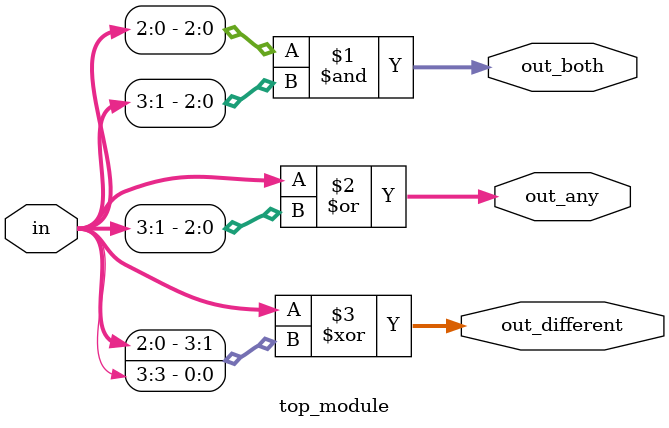
<source format=sv>
module top_module (
    input [3:0] in,
    output [2:0] out_both,
    output [3:0] out_any,
    output [3:0] out_different
);

assign out_both = in[2:0] & in[3:1];
assign out_any = in | in[3:1];
assign out_different = in ^ {in[2:0], in[3]};

endmodule

</source>
